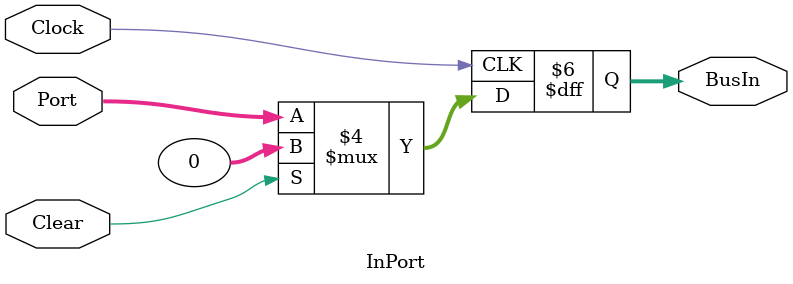
<source format=v>
module InPort(
	output reg [31:0] BusIn,
	input [31:0] Port,
	input Clear, Clock
);
	initial BusIn = 0;
	always@(posedge Clock)
	begin
		if(Clear)
			BusIn[31:0] = 32'b0;
		else
			BusIn[31:0] = Port[31:0];
	end
endmodule

</source>
